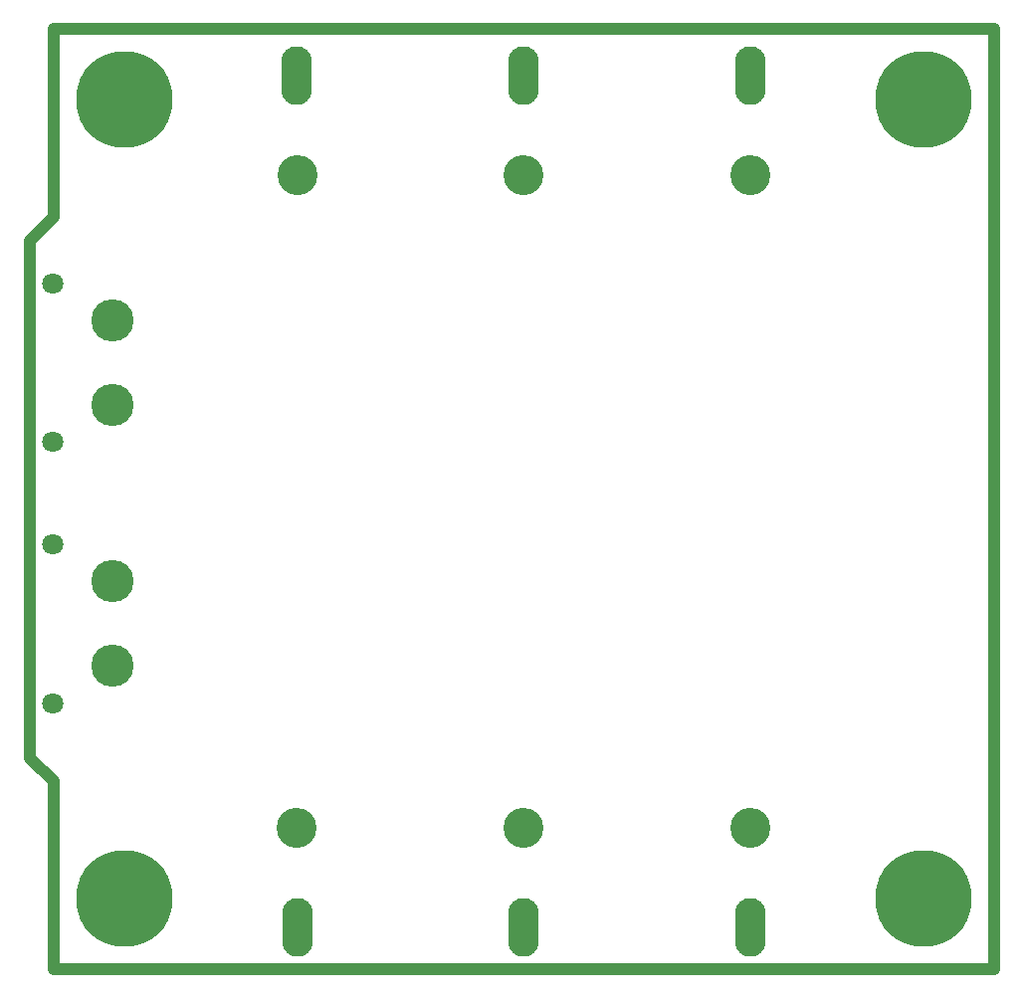
<source format=gts>
G04*
G04 #@! TF.GenerationSoftware,Altium Limited,Altium Designer,20.0.10 (225)*
G04*
G04 Layer_Color=8388736*
%FSLAX25Y25*%
%MOIN*%
G70*
G01*
G75*
%ADD11C,0.03937*%
%ADD12C,0.14173*%
%ADD13O,0.10249X0.19698*%
%ADD14C,0.13398*%
%ADD15C,0.07099*%
%ADD16C,0.32296*%
D11*
X55118D02*
X370079D01*
X55118D02*
Y62992D01*
X47244Y70866D02*
X55118Y62992D01*
X47244Y70866D02*
Y244094D01*
X55118Y251969D01*
Y314961D01*
X370079D01*
Y0D02*
Y314961D01*
D12*
X74803Y129921D02*
D03*
Y101575D02*
D03*
Y188976D02*
D03*
Y217323D02*
D03*
D13*
X288582Y13993D02*
D03*
X136604Y13996D02*
D03*
X212593Y13996D02*
D03*
X136601Y299430D02*
D03*
X212590Y299430D02*
D03*
X288579Y299427D02*
D03*
D14*
X136599Y47244D02*
D03*
X212583Y47247D02*
D03*
X288569Y47244D02*
D03*
X136608Y266181D02*
D03*
X212591Y266184D02*
D03*
X288578Y266181D02*
D03*
D15*
X54803Y142323D02*
D03*
Y89173D02*
D03*
Y176575D02*
D03*
Y229724D02*
D03*
D16*
X346457Y291339D02*
D03*
X78740Y23622D02*
D03*
X346457D02*
D03*
X78740Y291339D02*
D03*
M02*

</source>
